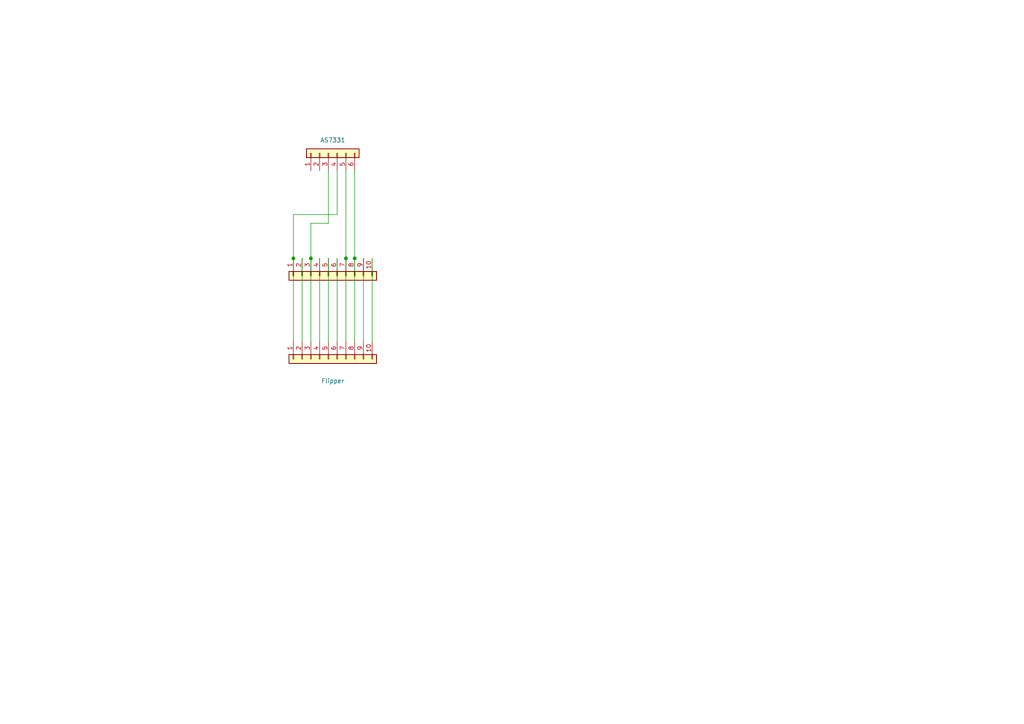
<source format=kicad_sch>
(kicad_sch (version 20250114) (generator "eeschema") (generator_version "9.0")
  (paper "A4")
  (lib_symbols
    (symbol "Connector_Generic:Conn_01x06" (pin_names (offset 1.016) (hide yes))
      (property "Reference" "J" (at 0 7.62 0))
      (property "Value" "Conn_01x06" (at 0 -10.16 0))
      (symbol "Conn_01x06_1_1"
        (rectangle (start -1.27 6.35) (end 1.27 -8.89) (stroke (width 0.254)) (fill (type background)))
        (rectangle (start -1.27 5.207) (end 0 4.953) (stroke (width 0.1524)))
        (rectangle (start -1.27 2.667) (end 0 2.413) (stroke (width 0.1524)))
        (rectangle (start -1.27 0.127) (end 0 -0.127) (stroke (width 0.1524)))
        (rectangle (start -1.27 -2.413) (end 0 -2.667) (stroke (width 0.1524)))
        (rectangle (start -1.27 -4.953) (end 0 -5.207) (stroke (width 0.1524)))
        (rectangle (start -1.27 -7.493) (end 0 -7.747) (stroke (width 0.1524)))
        (pin passive line (at -5.08 5.08 0) (length 3.81) (name "Pin_1") (number "1"))
        (pin passive line (at -5.08 2.54 0) (length 3.81) (name "Pin_2") (number "2"))
        (pin passive line (at -5.08 0 0) (length 3.81) (name "Pin_3") (number "3"))
        (pin passive line (at -5.08 -2.54 0) (length 3.81) (name "Pin_4") (number "4"))
        (pin passive line (at -5.08 -5.08 0) (length 3.81) (name "Pin_5") (number "5"))
        (pin passive line (at -5.08 -7.62 0) (length 3.81) (name "Pin_6") (number "6"))
      )
    )
    (symbol "Connector_Generic:Conn_01x10" (pin_names (offset 1.016) (hide yes))
      (property "Reference" "J" (at 0 12.7 0))
      (property "Value" "Conn_01x10" (at 0 -15.24 0))
      (symbol "Conn_01x10_1_1"
        (rectangle (start -1.27 11.43) (end 1.27 -13.97) (stroke (width 0.254)) (fill (type background)))
        (rectangle (start -1.27 10.287) (end 0 10.033) (stroke (width 0.1524)))
        (rectangle (start -1.27 7.747) (end 0 7.493) (stroke (width 0.1524)))
        (rectangle (start -1.27 5.207) (end 0 4.953) (stroke (width 0.1524)))
        (rectangle (start -1.27 2.667) (end 0 2.413) (stroke (width 0.1524)))
        (rectangle (start -1.27 0.127) (end 0 -0.127) (stroke (width 0.1524)))
        (rectangle (start -1.27 -2.413) (end 0 -2.667) (stroke (width 0.1524)))
        (rectangle (start -1.27 -4.953) (end 0 -5.207) (stroke (width 0.1524)))
        (rectangle (start -1.27 -7.493) (end 0 -7.747) (stroke (width 0.1524)))
        (rectangle (start -1.27 -10.033) (end 0 -10.287) (stroke (width 0.1524)))
        (rectangle (start -1.27 -12.573) (end 0 -12.827) (stroke (width 0.1524)))
        (pin passive line (at -5.08 10.16 0) (length 3.81) (name "Pin_1") (number "1"))
        (pin passive line (at -5.08 7.62 0) (length 3.81) (name "Pin_2") (number "2"))
        (pin passive line (at -5.08 5.08 0) (length 3.81) (name "Pin_3") (number "3"))
        (pin passive line (at -5.08 2.54 0) (length 3.81) (name "Pin_4") (number "4"))
        (pin passive line (at -5.08 0 0) (length 3.81) (name "Pin_5") (number "5"))
        (pin passive line (at -5.08 -2.54 0) (length 3.81) (name "Pin_6") (number "6"))
        (pin passive line (at -5.08 -5.08 0) (length 3.81) (name "Pin_7") (number "7"))
        (pin passive line (at -5.08 -7.62 0) (length 3.81) (name "Pin_8") (number "8"))
        (pin passive line (at -5.08 -10.16 0) (length 3.81) (name "Pin_9") (number "9"))
        (pin passive line (at -5.08 -12.7 0) (length 3.81) (name "Pin_10") (number "10"))
      )
    )
  )
  (junction (at 100.33 74.93))
  (junction (at 102.87 74.93))
  (junction (at 90.17 74.93))
  (junction (at 85.09 74.93))
  (wire (pts (xy 105.41 74.93) (xy 105.41 99.06)))
  (wire (pts (xy 102.87 74.93) (xy 102.87 99.06)))
  (wire (pts (xy 95.25 49.53) (xy 95.25 64.77)))
  (wire (pts (xy 90.17 64.77) (xy 90.17 74.93)))
  (wire (pts (xy 90.17 74.93) (xy 90.17 99.06)))
  (wire (pts (xy 97.79 49.53) (xy 97.79 62.23)))
  (wire (pts (xy 102.87 49.53) (xy 102.87 74.93)))
  (wire (pts (xy 85.09 62.23) (xy 85.09 74.93)))
  (wire (pts (xy 92.71 74.93) (xy 92.71 99.06)))
  (wire (pts (xy 95.25 74.93) (xy 95.25 99.06)))
  (wire (pts (xy 107.95 74.93) (xy 107.95 99.06)))
  (wire (pts (xy 100.33 74.93) (xy 100.33 99.06)))
  (wire (pts (xy 95.25 64.77) (xy 90.17 64.77)))
  (wire (pts (xy 87.63 74.93) (xy 87.63 99.06)))
  (wire (pts (xy 97.79 62.23) (xy 85.09 62.23)))
  (wire (pts (xy 85.09 74.93) (xy 85.09 99.06)))
  (wire (pts (xy 97.79 74.93) (xy 97.79 99.06)))
  (wire (pts (xy 100.33 49.53) (xy 100.33 74.93)))
  (symbol (lib_id "Connector_Generic:Conn_01x06") (at 95.25 44.45 90) (unit 1)
    (property "Reference" "AS1" (effects (hide yes)))
    (property "Value" "AS7331" (at 96.52 40.64 90))
    (property "Footprint" "Connector_PinSocket_2.54mm:PinSocket_1x06_P2.54mm_Vertical" (effects (hide yes)))
    (property "Description" "Generic connector, single row, 01x06, script generated (kicad-library-utils/schlib/autogen/connector/)" (effects (hide yes)))
  )
  (symbol (lib_id "Connector_Generic:Conn_01x10") (at 95.25 104.14 90) (mirror x) (unit 1)
    (property "Reference" "Flipper1" (effects (hide yes)))
    (property "Value" "Flipper" (at 96.52 110.49 90))
    (property "Footprint" "Connector_PinHeader_2.54mm:PinHeader_1x10_P2.54mm_Horizontal" (effects (hide yes)))
    (property "Description" "Generic connector, single row, 01x10, script generated (kicad-library-utils/schlib/autogen/connector/)" (effects (hide yes)))
  )
  (symbol (lib_id "Connector_Generic:Conn_01x10") (at 95.25 80.01 90) (mirror x) (unit 1)
    (property "Reference" "J1" (effects (hide yes)))
    (property "Value" "Conn_01x10" (effects (hide yes)))
    (property "Footprint" "Connector_PinHeader_2.54mm:PinHeader_1x10_P2.54mm_Vertical" (effects (hide yes)))
    (property "Description" "Generic connector, single row, 01x10, script generated (kicad-library-utils/schlib/autogen/connector/)" (effects (hide yes)))
  )
)
</source>
